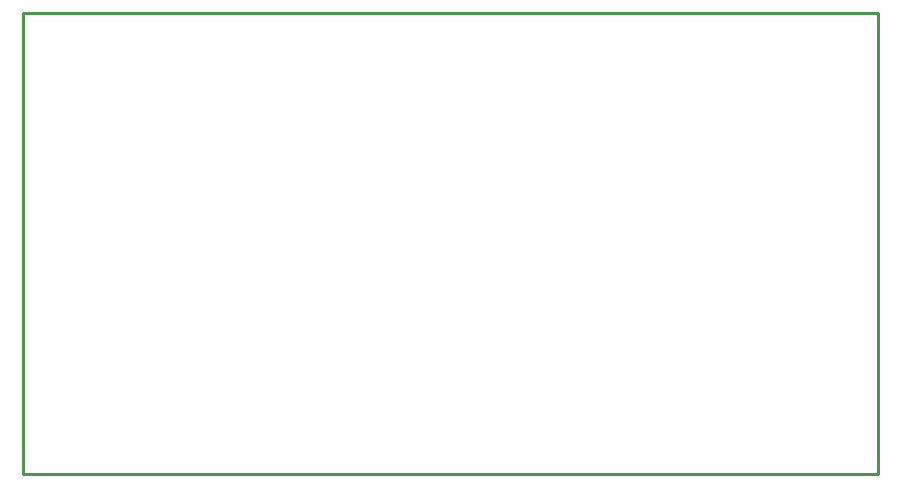
<source format=gbr>
G04 EAGLE Gerber RS-274X export*
G75*
%MOMM*%
%FSLAX34Y34*%
%LPD*%
%IN*%
%IPPOS*%
%AMOC8*
5,1,8,0,0,1.08239X$1,22.5*%
G01*
%ADD10C,0.254000*%


D10*
X12700Y0D02*
X736400Y0D01*
X736400Y390400D01*
X12700Y390400D01*
X12700Y0D01*
M02*

</source>
